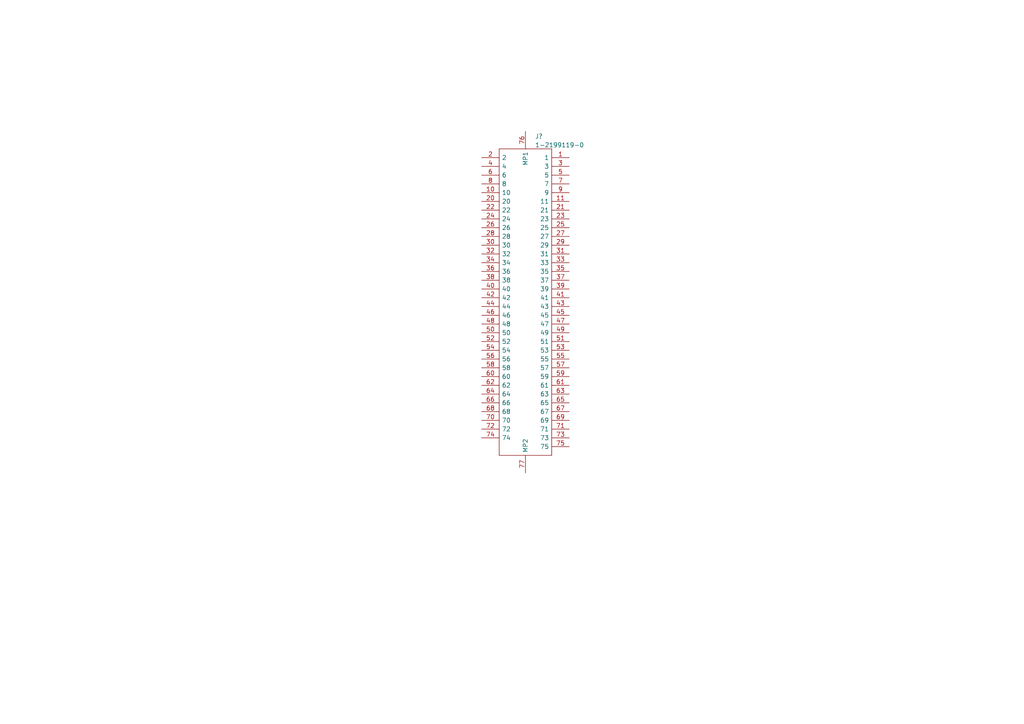
<source format=kicad_sch>
(kicad_sch (version 20211123) (generator eeschema)
  (paper "A4")
  (lib_symbols
    (symbol "M1n:1-2199119-0" (pin_names (offset 0.762))
      (property "Reference" "J" (at 95.25 12.7 0))
      (property "Value" "1-2199119-0" (at 95.25 10.16 0))
      (symbol "1-2199119-0_0_0"
        (pin passive line (at 7.62 12.7 270) (length 5.08) (name "1") (number "1"))
        (pin passive line (at 17.78 -12.7 90) (length 5.08) (name "10") (number "10"))
        (pin passive line (at 20.32 12.7 270) (length 5.08) (name "11") (number "11"))
        (pin passive line (at 7.62 -12.7 90) (length 5.08) (name "2") (number "2"))
        (pin passive line (at 20.32 -12.7 90) (length 5.08) (name "20") (number "20"))
        (pin passive line (at 22.86 12.7 270) (length 5.08) (name "21") (number "21"))
        (pin passive line (at 22.86 -12.7 90) (length 5.08) (name "22") (number "22"))
        (pin passive line (at 25.4 12.7 270) (length 5.08) (name "23") (number "23"))
        (pin passive line (at 25.4 -12.7 90) (length 5.08) (name "24") (number "24"))
        (pin passive line (at 27.94 12.7 270) (length 5.08) (name "25") (number "25"))
        (pin passive line (at 27.94 -12.7 90) (length 5.08) (name "26") (number "26"))
        (pin passive line (at 30.48 12.7 270) (length 5.08) (name "27") (number "27"))
        (pin passive line (at 30.48 -12.7 90) (length 5.08) (name "28") (number "28"))
        (pin passive line (at 33.02 12.7 270) (length 5.08) (name "29") (number "29"))
        (pin passive line (at 10.16 12.7 270) (length 5.08) (name "3") (number "3"))
        (pin passive line (at 33.02 -12.7 90) (length 5.08) (name "30") (number "30"))
        (pin passive line (at 35.56 12.7 270) (length 5.08) (name "31") (number "31"))
        (pin passive line (at 35.56 -12.7 90) (length 5.08) (name "32") (number "32"))
        (pin passive line (at 38.1 12.7 270) (length 5.08) (name "33") (number "33"))
        (pin passive line (at 38.1 -12.7 90) (length 5.08) (name "34") (number "34"))
        (pin passive line (at 40.64 12.7 270) (length 5.08) (name "35") (number "35"))
        (pin passive line (at 40.64 -12.7 90) (length 5.08) (name "36") (number "36"))
        (pin passive line (at 43.18 12.7 270) (length 5.08) (name "37") (number "37"))
        (pin passive line (at 43.18 -12.7 90) (length 5.08) (name "38") (number "38"))
        (pin passive line (at 45.72 12.7 270) (length 5.08) (name "39") (number "39"))
        (pin passive line (at 10.16 -12.7 90) (length 5.08) (name "4") (number "4"))
        (pin passive line (at 45.72 -12.7 90) (length 5.08) (name "40") (number "40"))
        (pin passive line (at 48.26 12.7 270) (length 5.08) (name "41") (number "41"))
        (pin passive line (at 48.26 -12.7 90) (length 5.08) (name "42") (number "42"))
        (pin passive line (at 50.8 12.7 270) (length 5.08) (name "43") (number "43"))
        (pin passive line (at 50.8 -12.7 90) (length 5.08) (name "44") (number "44"))
        (pin passive line (at 53.34 12.7 270) (length 5.08) (name "45") (number "45"))
        (pin passive line (at 53.34 -12.7 90) (length 5.08) (name "46") (number "46"))
        (pin passive line (at 55.88 12.7 270) (length 5.08) (name "47") (number "47"))
        (pin passive line (at 55.88 -12.7 90) (length 5.08) (name "48") (number "48"))
        (pin passive line (at 58.42 12.7 270) (length 5.08) (name "49") (number "49"))
        (pin passive line (at 12.7 12.7 270) (length 5.08) (name "5") (number "5"))
        (pin passive line (at 58.42 -12.7 90) (length 5.08) (name "50") (number "50"))
        (pin passive line (at 60.96 12.7 270) (length 5.08) (name "51") (number "51"))
        (pin passive line (at 60.96 -12.7 90) (length 5.08) (name "52") (number "52"))
        (pin passive line (at 63.5 12.7 270) (length 5.08) (name "53") (number "53"))
        (pin passive line (at 63.5 -12.7 90) (length 5.08) (name "54") (number "54"))
        (pin passive line (at 66.04 12.7 270) (length 5.08) (name "55") (number "55"))
        (pin passive line (at 66.04 -12.7 90) (length 5.08) (name "56") (number "56"))
        (pin passive line (at 68.58 12.7 270) (length 5.08) (name "57") (number "57"))
        (pin passive line (at 68.58 -12.7 90) (length 5.08) (name "58") (number "58"))
        (pin passive line (at 71.12 12.7 270) (length 5.08) (name "59") (number "59"))
        (pin passive line (at 12.7 -12.7 90) (length 5.08) (name "6") (number "6"))
        (pin passive line (at 71.12 -12.7 90) (length 5.08) (name "60") (number "60"))
        (pin passive line (at 73.66 12.7 270) (length 5.08) (name "61") (number "61"))
        (pin passive line (at 73.66 -12.7 90) (length 5.08) (name "62") (number "62"))
        (pin passive line (at 76.2 12.7 270) (length 5.08) (name "63") (number "63"))
        (pin passive line (at 76.2 -12.7 90) (length 5.08) (name "64") (number "64"))
        (pin passive line (at 78.74 12.7 270) (length 5.08) (name "65") (number "65"))
        (pin passive line (at 78.74 -12.7 90) (length 5.08) (name "66") (number "66"))
        (pin passive line (at 81.28 12.7 270) (length 5.08) (name "67") (number "67"))
        (pin passive line (at 81.28 -12.7 90) (length 5.08) (name "68") (number "68"))
        (pin passive line (at 83.82 12.7 270) (length 5.08) (name "69") (number "69"))
        (pin passive line (at 15.24 12.7 270) (length 5.08) (name "7") (number "7"))
        (pin passive line (at 83.82 -12.7 90) (length 5.08) (name "70") (number "70"))
        (pin passive line (at 86.36 12.7 270) (length 5.08) (name "71") (number "71"))
        (pin passive line (at 86.36 -12.7 90) (length 5.08) (name "72") (number "72"))
        (pin passive line (at 88.9 12.7 270) (length 5.08) (name "73") (number "73"))
        (pin passive line (at 88.9 -12.7 90) (length 5.08) (name "74") (number "74"))
        (pin passive line (at 91.44 12.7 270) (length 5.08) (name "75") (number "75"))
        (pin passive line (at 0 0 0) (length 5.08) (name "MP1") (number "76"))
        (pin passive line (at 99.06 0 180) (length 5.08) (name "MP2") (number "77"))
        (pin passive line (at 15.24 -12.7 90) (length 5.08) (name "8") (number "8"))
        (pin passive line (at 17.78 12.7 270) (length 5.08) (name "9") (number "9"))
      )
      (symbol "1-2199119-0_0_1"
        (polyline (pts (xy 5.08 7.62) (xy 93.98 7.62) (xy 93.98 -7.62) (xy 5.08 -7.62) (xy 5.08 7.62)) (stroke (width 0.1524)))
      )
    )
  )
  (symbol (lib_id "M1n:1-2199119-0") (at 152.4 38.1 270) (unit 1)
    (property "Reference" "J?" (at 155.1687 39.531 90) (effects (justify left)))
    (property "Value" "1-2199119-0" (at 155.1687 42.0679 90) (effects (justify left)))
    (property "Footprint" "121991190" (effects hide))
    (property "Datasheet" "https://www.te.com/commerce/DocumentDelivery/DDEController?Action=srchrtrv&DocNm=2199119&DocType=Customer+Drawing&DocLang=English&PartCntxt=1-2199119-0&DocFormat=pdf" (effects hide))
    (property "Description" "Conn Card Edge SKT 67 POS 0.5mm Solder RA SMD T/R" (effects hide))
    (property "Height" "3.2" (effects hide))
    (property "Mouser Part Number" "571-1-2199119-0" (effects hide))
    (property "Mouser Price/Stock" "https://www.mouser.co.uk/ProductDetail/TE-Connectivity/1-2199119-0?qs=I%252B29QTDM1GNSH7u%2FvP33uw%3D%3D" (effects hide))
    (property "Manufacturer_Name" "TE Connectivity" (effects hide))
    (property "Manufacturer_Part_Number" "1-2199119-0" (effects hide))
  )
)
</source>
